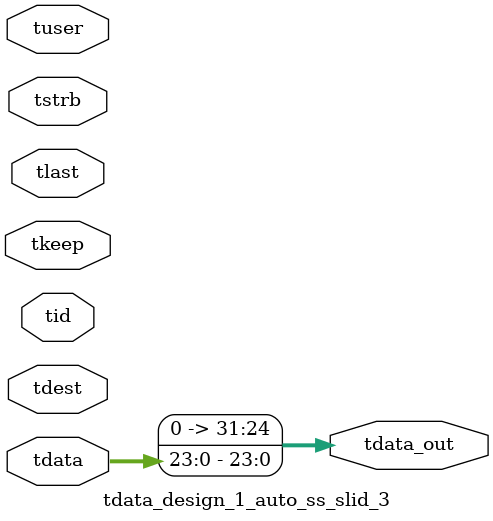
<source format=v>


`timescale 1ps/1ps

module tdata_design_1_auto_ss_slid_3 #
(
parameter C_S_AXIS_TDATA_WIDTH = 32,
parameter C_S_AXIS_TUSER_WIDTH = 0,
parameter C_S_AXIS_TID_WIDTH   = 0,
parameter C_S_AXIS_TDEST_WIDTH = 0,
parameter C_M_AXIS_TDATA_WIDTH = 32
)
(
input  [(C_S_AXIS_TDATA_WIDTH == 0 ? 1 : C_S_AXIS_TDATA_WIDTH)-1:0     ] tdata,
input  [(C_S_AXIS_TUSER_WIDTH == 0 ? 1 : C_S_AXIS_TUSER_WIDTH)-1:0     ] tuser,
input  [(C_S_AXIS_TID_WIDTH   == 0 ? 1 : C_S_AXIS_TID_WIDTH)-1:0       ] tid,
input  [(C_S_AXIS_TDEST_WIDTH == 0 ? 1 : C_S_AXIS_TDEST_WIDTH)-1:0     ] tdest,
input  [(C_S_AXIS_TDATA_WIDTH/8)-1:0 ] tkeep,
input  [(C_S_AXIS_TDATA_WIDTH/8)-1:0 ] tstrb,
input                                                                    tlast,
output [C_M_AXIS_TDATA_WIDTH-1:0] tdata_out
);

assign tdata_out = {tdata[23:0]};

endmodule


</source>
